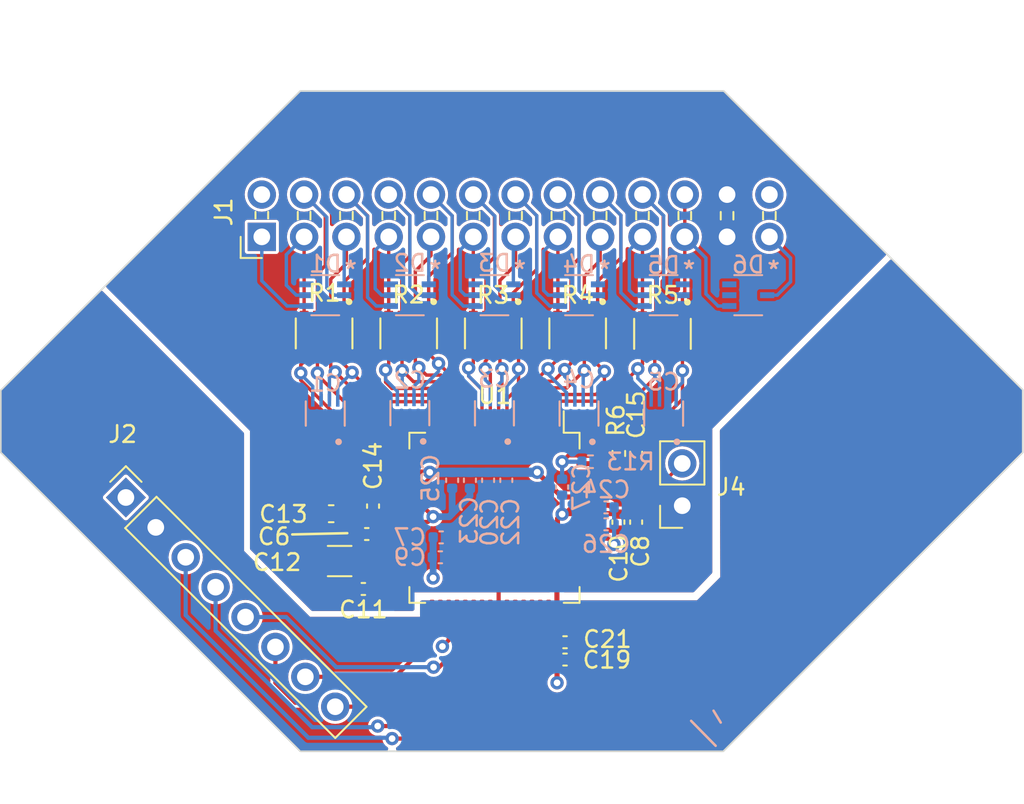
<source format=kicad_pcb>
(kicad_pcb (version 20221018) (generator pcbnew)
  (layers (0 "F.Cu" signal) (1 "In1.Cu" signal) (2 "In2.Cu" signal) (31 "B.Cu" signal) (34 "B.Paste" user) (35 "F.Paste" user) (36 "B.SilkS" user "B.Silkscreen") (37 "F.SilkS" user "F.Silkscreen") (38 "B.Mask" user) (39 "F.Mask" user) (44 "Edge.Cuts" user))
  (net 0 "")
  (net 1 "GNDA")
  (net 2 "/Daisy Functionality/_SRB1")
  (net 3 "/Daisy Functionality/_SRB2")
  (net 4 "/Daisy Functionality/IN1P")
  (net 5 "/Daisy Functionality/IN1N")
  (net 6 "/Daisy Functionality/IN2P")
  (net 7 "/Daisy Functionality/IN2N")
  (net 8 "/Daisy Functionality/IN3P")
  (net 9 "/Daisy Functionality/IN3N")
  (net 10 "/Daisy Functionality/IN4P")
  (net 11 "/Daisy Functionality/IN4N")
  (net 12 "/Daisy Functionality/IN5P")
  (net 13 "/Daisy Functionality/IN5N")
  (net 14 "/Daisy Functionality/IN6P")
  (net 15 "/Daisy Functionality/IN6N")
  (net 16 "/Daisy Functionality/IN7P")
  (net 17 "/Daisy Functionality/IN7N")
  (net 18 "/Daisy Functionality/IN8P")
  (net 19 "/Daisy Functionality/IN8N")
  (net 20 "/Daisy Functionality/BIAS_DRV")
  (net 21 "VSSA")
  (net 22 "Net-(U1-VCAP4)")
  (net 23 "Net-(U1-VCAP3)")
  (net 24 "Net-(U1-VCAP2)")
  (net 25 "Net-(U1-VCAP1)")
  (net 26 "Net-(U1-VREFP)")
  (net 27 "Net-(U1-RLDIN)")
  (net 28 "/Daisy Functionality/DRDY")
  (net 29 "VDD")
  (net 30 "VDDA")
  (net 31 "Net-(U1-WCT)")
  (net 32 "/1P")
  (net 33 "/SRB2")
  (net 34 "/3P")
  (net 35 "/2N")
  (net 36 "/1N")
  (net 37 "/2P")
  (net 38 "/5P")
  (net 39 "/4N")
  (net 40 "/3N")
  (net 41 "/4P")
  (net 42 "/7P")
  (net 43 "/6N")
  (net 44 "/5N")
  (net 45 "/6P")
  (net 46 "/8N")
  (net 47 "/7N")
  (net 48 "/8P")
  (net 49 "/BIAS")
  (net 50 "/SCLK")
  (net 51 "/RESET")
  (net 52 "/CLK")
  (net 53 "/MOSI")
  (net 54 "/CS2")
  (net 55 "/BIAS_INV")
  (net 56 "/MISO")
  (net 64 "/SRB1")
  (footprint "Capacitor_SMD:C_0603_1608Metric" (layer "F.Cu") (at 128.8288 101.6254 180)
    (fp_text reference "C13")
    (fp_text value "10uF")
  )
  (footprint "Resistor Arrays:RESCAF80P320X160X60-8N" (layer "F.Cu") (at 133.4832 90.791 -90)
    (fp_text reference "R2")
    (fp_text value "CAY16-222J4LF")
  )
  (footprint "Capacitor_SMD:C_0402_1005Metric" (layer "F.Cu") (at 131.3434 101.1682 90)
    (fp_text reference "C14")
    (fp_text value "0.1uF")
  )
  (footprint "Capacitor_SMD:C_0402_1005Metric" (layer "F.Cu") (at 147.1439 98.008 -90)
    (fp_text reference "C15")
    (fp_text value "1nF")
  )
  (footprint "Resistor_SMD:R_0402_1005Metric" (layer "F.Cu") (at 146.1025 98.006 -90)
    (fp_text reference "R6")
    (fp_text value "1M")
  )
  (footprint "Resistor Arrays:RESCAF80P320X160X60-8N" (layer "F.Cu") (at 128.4032 90.791 -90)
    (fp_text reference "R1")
    (fp_text value "CAY16-222J4LF")
  )
  (footprint "Capacitor_SMD:C_0402_1005Metric" (layer "F.Cu") (at 130.7618 106.1466)
    (fp_text reference "C11")
    (fp_text value "1uF")
  )
  (footprint "Resistor Arrays:RESCAF80P320X160X60-8N" (layer "F.Cu") (at 148.7232 90.8164 -90)
    (fp_text reference "R5")
    (fp_text value "CAY16-222J4LF")
  )
  (footprint "Capacitor_SMD:C_0402_1005Metric" (layer "F.Cu") (at 142.8724 110.3884)
    (fp_text reference "C19")
    (fp_text value "1uF")
  )
  (footprint "Connector_PinHeader_2.54mm:PinHeader_2x13_P2.54mm_Horizontal" (layer "F.Cu") (at 124.6632 84.9884 90)
    (fp_text reference "J1")
    (fp_text value "Conn_02x13_Odd_Even")
  )
  (footprint "Capacitor_SMD:C_0402_1005Metric" (layer "F.Cu") (at 146.0754 102.1308 -90)
    (fp_text reference "C10")
    (fp_text value "0.1uF")
  )
  (footprint "Package_QFP:TQFP-64_10x10mm_P0.5mm" (layer "F.Cu") (at 138.6349 101.8688 -90)
    (fp_text reference "U1")
    (fp_text value "ADS129x")
  )
  (footprint "Capacitor_SMD:C_0402_1005Metric" (layer "F.Cu") (at 147.1422 102.1308 -90)
    (fp_text reference "C8")
    (fp_text value "1uF")
  )
  (footprint "Connector_PinSocket_2.54mm:PinSocket_1x02_P2.54mm_Vertical" (layer "F.Cu") (at 149.9108 101.1428 180)
    (fp_text reference "J4")
    (fp_text value "Conn_01x02")
  )
  (footprint "Resistor Arrays:RESCAF80P320X160X60-8N" (layer "F.Cu") (at 143.6306 90.791 -90)
    (fp_text reference "R4")
    (fp_text value "CAY16-222J4LF")
  )
  (footprint "Capacitor_SMD:C_0402_1005Metric" (layer "F.Cu") (at 130.965 102.8446)
    (fp_text reference "C6")
    (fp_text value "1uF")
  )
  (footprint "Resistor Arrays:RESCAF80P320X160X60-8N" (layer "F.Cu") (at 138.5632 90.791 -90)
    (fp_text reference "R3")
    (fp_text value "CAY16-222J4LF")
  )
  (footprint "Capacitor_SMD:C_0402_1005Metric" (layer "F.Cu") (at 142.8724 109.347)
    (fp_text reference "C21")
    (fp_text value "0.1uF")
  )
  (footprint "Connector_PinSocket_2.54mm:PinSocket_1x08_P2.54mm_Vertical" (layer "F.Cu") (at 116.5 100.65 45)
    (fp_text reference "J2")
    (fp_text value "Conn_01x08")
  )
  (footprint "Capacitor_SMD:C_1206_3216Metric" (layer "F.Cu") (at 129.3368 104.4702)
    (fp_text reference "C12")
    (fp_text value "100uF")
  )
  (footprint "Capacitor_SMD:C_0402_1005Metric" (layer "B.Cu") (at 145.3388 102.2604 180)
    (fp_text reference "C26")
    (fp_text value "0.1uF")
  )
  (footprint "Capacitor_SMD:C_0402_1005Metric" (layer "B.Cu") (at 136.0932 99.6162 -90)
    (fp_text reference "C25")
    (fp_text value "0.1uF")
  )
  (footprint "Capacitor Arrays:CAPCAXE50P210X130X94-8N" (layer "B.Cu") (at 148.7932 95.6056 90)
    (fp_text reference "C5")
    (fp_text value "CA0508KRX7R9BB102")
  )
  (footprint "Capacitor Arrays:CAPCAXE50P210X130X94-8N" (layer "B.Cu") (at 143.7132 95.6056 90)
    (fp_text reference "C4")
    (fp_text value "CA0508KRX7R9BB102")
  )
  (footprint "Capacitor_SMD:C_0402_1005Metric" (layer "B.Cu") (at 138.2522 99.6162 -90)
    (fp_text reference "C20")
    (fp_text value "1uF")
  )
  (footprint "TSV - Diodes:TPD4E1B06DCKR" (layer "B.Cu") (at 143.7132 88.4936 180)
    (fp_text reference "D4")
    (fp_text value "TPD4E1B06DCKR")
  )
  (footprint "Resistor_SMD:R_0402_1005Metric" (layer "B.Cu") (at 144.399 98.5012)
    (fp_text reference "R13")
    (fp_text value "0")
  )
  (footprint "TSV - Diodes:TPD4E1B06DCKR" (layer "B.Cu") (at 153.8732 88.4936 180)
    (fp_text reference "D6")
    (fp_text value "TPD4E1B06DCKR")
  )
  (footprint "Capacitor Arrays:CAPCAXE50P210X130X94-8N" (layer "B.Cu") (at 128.4732 95.6056 90)
    (fp_text reference "C1")
    (fp_text value "CA0508KRX7R9BB102")
  )
  (footprint "Capacitor_SMD:C_0402_1005Metric" (layer "B.Cu") (at 135.382 104.2442)
    (fp_text reference "C9")
    (fp_text value "1uF")
  )
  (footprint "TSV - Diodes:TPD4E1B06DCKR" (layer "B.Cu") (at 138.6332 88.4936 180)
    (fp_text reference "D3")
    (fp_text value "TPD4E1B06DCKR")
  )
  (footprint "Capacitor_SMD:C_0402_1005Metric" (layer "B.Cu") (at 137.16 99.6162 -90)
    (fp_text reference "C23")
    (fp_text value "1uF")
  )
  (footprint "Capacitor Arrays:CAPCAXE50P210X130X94-8N" (layer "B.Cu") (at 138.6332 95.5913 90)
    (fp_text reference "C3")
    (fp_text value "CA0508KRX7R9BB102")
  )
  (footprint "Capacitor_SMD:C_0402_1005Metric" (layer "B.Cu") (at 145.3388 101.2444 180)
    (fp_text reference "C24")
    (fp_text value "1uF")
  )
  (footprint "TSV - Diodes:TPD4E1B06DCKR" (layer "B.Cu") (at 128.4732 88.4936 180)
    (fp_text reference "D1")
    (fp_text value "TPD4E1B06DCKR")
  )
  (footprint "Capacitor Arrays:CAPCAXE50P210X130X94-8N" (layer "B.Cu") (at 133.5532 95.5802 90)
    (fp_text reference "C2")
    (fp_text value "CA0508KRX7R9BB102")
  )
  (footprint "Capacitor_SMD:C_0402_1005Metric" (layer "B.Cu") (at 139.3444 99.6162 -90)
    (fp_text reference "C22")
    (fp_text value "0.1uF")
  )
  (footprint "Capacitor_SMD:C_0402_1005Metric" (layer "B.Cu") (at 142.6972 100.0252 90)
    (fp_text reference "C27")
    (fp_text value "1nF")
  )
  (footprint "TSV - Diodes:TPD4E1B06DCKR" (layer "B.Cu") (at 133.5532 88.4936 180)
    (fp_text reference "D2")
    (fp_text value "TPD4E1B06DCKR")
  )
  (footprint "Capacitor_SMD:C_0402_1005Metric" (layer "B.Cu") (at 135.4328 103.0478)
    (fp_text reference "C7")
    (fp_text value "1uF")
  )
  (footprint "TSV - Diodes:TPD4E1B06DCKR" (layer "B.Cu") (at 148.7932 88.4936 180)
    (fp_text reference "D5")
    (fp_text value "TPD4E1B06DCKR")
  )
  (gr_line (start 151.7904 113.4618) (end 152.2222 114.173) (stroke (width 0.1524)) (layer "B.SilkS"))
  (gr_line (start 150.4442 114.0714) (end 151.9174 115.57) (stroke (width 0.1524)) (layer "B.SilkS"))
  (gr_line (start 129.794 102.7938) (end 126.492 102.87) (stroke (width 0.1524)) (layer "F.SilkS"))
  (gr_poly (pts (xy 170.3578 94.1832) (xy 170.3578 97.9424) (xy 152.3746 115.9002) (xy 126.9746 115.9002) (xy 108.9914 97.9424) (xy 108.9914 94.2086) (xy 126.9746 76.2254) (xy 152.4 76.2254)) (stroke (width 0.1016)) (fill none) (layer "Edge.Cuts"))
  (segment (start 138.8849 107.5313) (end 138.8849 105.7679) (width 0.25) (layer "F.Cu") (net 1))
  (segment (start 138.8849 105.7679) (end 138.8872 105.7656) (width 0.25) (layer "F.Cu") (net 1))
  (segment (start 143.3524 109.347) (end 143.3524 110.3884) (width 0.25) (layer "F.Cu") (net 1))
  (segment (start 143.3545 109.3491) (end 143.3524 109.347) (width 0.25) (layer "F.Cu") (net 1))
  (segment (start 137.8832 96.3913) (end 137.8832 97.548) (width 0.2032) (layer "B.Cu") (net 1))
  (segment (start 139.3832 96.3913) (end 140.1555 96.3913) (width 0.2032) (layer "B.Cu") (net 1))
  (segment (start 139.3832 96.3913) (end 139.3832 97.5226) (width 0.2032) (layer "B.Cu") (net 1))
  (segment (start 148.0432 96.4056) (end 148.0432 97.524) (width 0.2032) (layer "B.Cu") (net 1))
  (segment (start 149.5432 96.4056) (end 150.3298 96.4056) (width 0.2032) (layer "B.Cu") (net 1))
  (segment (start 149.0432 96.4056) (end 149.0432 97.54) (width 0.2032) (layer "B.Cu") (net 1))
  (segment (start 128.7232 96.4056) (end 128.7232 97.5574) (width 0.2032) (layer "B.Cu") (net 1))
  (segment (start 134.3032 96.3802) (end 135.2168 96.3802) (width 0.2032) (layer "B.Cu") (net 1))
  (segment (start 149.0432 97.54) (end 148.7932 97.79) (width 0.2032) (layer "B.Cu") (net 1))
  (segment (start 128.2232 96.4056) (end 128.2232 97.4892) (width 0.2032) (layer "B.Cu") (net 1))
  (segment (start 127.7232 96.4056) (end 126.784 96.4056) (width 0.2032) (layer "B.Cu") (net 1))
  (segment (start 138.3832 96.3913) (end 138.3832 97.5146) (width 0.2032) (layer "B.Cu") (net 1))
  (segment (start 142.9632 96.4056) (end 142.9632 97.524) (width 0.2032) (layer "B.Cu") (net 1))
  (segment (start 137.8832 96.3913) (end 137.0601 96.3913) (width 0.2032) (layer "B.Cu") (net 1))
  (segment (start 148.0432 96.4056) (end 147.2818 96.4056) (width 0.2032) (layer "B.Cu") (net 1))
  (segment (start 133.3032 96.3802) (end 133.3032 97.5908) (width 0.2032) (layer "B.Cu") (net 1))
  (segment (start 132.8032 96.3802) (end 132.8032 97.5988) (width 0.2032) (layer "B.Cu") (net 1))
  (segment (start 143.9632 96.4056) (end 143.9632 97.413) (width 0.2032) (layer "B.Cu") (net 1))
  (segment (start 149.5432 96.4056) (end 149.5432 97.3702) (width 0.2032) (layer "B.Cu") (net 1))
  (segment (start 129.2232 96.4056) (end 130.1622 96.4056) (width 0.2032) (layer "B.Cu") (net 1))
  (segment (start 144.4632 96.4056) (end 144.4632 97.5494) (width 0.2032) (layer "B.Cu") (net 1))
  (segment (start 132.8032 96.3802) (end 131.8894 96.3802) (width 0.2032) (layer "B.Cu") (net 1))
  (segment (start 133.8032 96.3802) (end 133.8032 97.5828) (width 0.2032) (layer "B.Cu") (net 1))
  (segment (start 148.7932 97.79) (end 148.5432 97.54) (width 0.2032) (layer "B.Cu") (net 1))
  (segment (start 127.7232 96.4056) (end 127.7232 97.4972) (width 0.2032) (layer "B.Cu") (net 1))
  (segment (start 129.2232 96.4056) (end 129.2232 97.4986) (width 0.2032) (layer "B.Cu") (net 1))
  (segment (start 134.3032 96.3802) (end 134.3032 97.5494) (width 0.2032) (layer "B.Cu") (net 1))
  (segment (start 142.9632 96.4056) (end 142.1002 96.4056) (width 0.2032) (layer "B.Cu") (net 1))
  (segment (start 148.5432 97.54) (end 148.5432 96.4056) (width 0.2032) (layer "B.Cu") (net 1))
  (segment (start 143.4632 96.4056) (end 143.4632 97.4812) (width 0.2032) (layer "B.Cu") (net 1))
  (segment (start 149.0432 94.8056) (end 149.0432 96.4056) (width 0.2032) (layer "B.Cu") (net 1))
  (segment (start 144.4632 96.4056) (end 145.3768 96.4056) (width 0.2032) (layer "B.Cu") (net 1))
  (segment (start 138.8832 96.3913) (end 138.8832 97.54) (width 0.2032) (layer "B.Cu") (net 1))
  (segment (start 131.5198 98.1188) (end 132.9724 98.1188) (width 0.2032) (layer "F.Cu") (net 2))
  (segment (start 127.003697 93.1672) (end 127.003697 92.680903) (width 0.2032) (layer "F.Cu") (net 2))
  (segment (start 127.003697 93.602697) (end 131.5198 98.1188) (width 0.2032) (layer "F.Cu") (net 2))
  (segment (start 127.003697 92.680903) (end 127.2032 92.4814) (width 0.2032) (layer "F.Cu") (net 2))
  (segment (start 127.2032 92.4814) (end 127.2032 91.666) (width 0.2032) (layer "F.Cu") (net 2))
  (segment (start 127.003697 93.1672) (end 127.003697 93.602697) (width 0.2032) (layer "F.Cu") (net 2))
  (via (at 127.003697 93.1672) (size 0.8) (drill 0.4) (layers "F.Cu" "B.Cu") (net 2))
  (segment (start 127.7232 93.9666) (end 127.7232 94.8056) (width 0.2032) (layer "B.Cu") (net 2))
  (segment (start 127.003697 93.1672) (end 127.003697 93.247097) (width 0.2032) (layer "B.Cu") (net 2))
  (segment (start 127.003697 93.247097) (end 127.7232 93.9666) (width 0.2032) (layer "B.Cu") (net 2))
  (segment (start 134.0452 98.6188) (end 132.9724 98.6188) (width 0.2032) (layer "F.Cu") (net 3))
  (segment (start 134.4422 97.409) (end 134.4422 98.2218) (width 0.2032) (layer "F.Cu") (net 3))
  (segment (start 128.0032 93.1672) (end 128.0032 91.666) (width 0.2032) (layer "F.Cu") (net 3))
  (segment (start 134.0612 97.028) (end 134.4422 97.409) (width 0.2032) (layer "F.Cu") (net 3))
  (segment (start 128.0032 93.2814) (end 131.7498 97.028) (width 0.2032) (layer "F.Cu") (net 3))
  (segment (start 128.0032 93.1672) (end 128.0032 93.2814) (width 0.2032) (layer "F.Cu") (net 3))
  (segment (start 134.4422 98.2218) (end 134.0452 98.6188) (width 0.2032) (layer "F.Cu") (net 3))
  (segment (start 131.7498 97.028) (end 134.0612 97.028) (width 0.2032) (layer "F.Cu") (net 3))
  (via (at 128.0032 93.1672) (size 0.8) (drill 0.4) (layers "F.Cu" "B.Cu") (net 3))
  (segment (start 128.2232 94.8056) (end 128.2232 93.3872) (width 0.2032) (layer "B.Cu") (net 3))
  (segment (start 128.2232 93.3872) (end 128.0032 93.1672) (width 0.2032) (layer "B.Cu") (net 3))
  (segment (start 129.0701 93.1037) (end 128.8032 92.8368) (width 0.2032) (layer "F.Cu") (net 4))
  (segment (start 134.8849 95.0323) (end 134.8849 96.2063) (width 0.2032) (layer "F.Cu") (net 4))
  (segment (start 130.8608 94.8944) (end 134.747 94.8944) (width 0.2032) (layer "F.Cu") (net 4))
  (segment (start 134.747 94.8944) (end 134.8849 95.0323) (width 0.2032) (layer "F.Cu") (net 4))
  (segment (start 128.8032 92.8368) (end 128.8032 91.666) (width 0.2032) (layer "F.Cu") (net 4))
  (segment (start 129.0701 93.1037) (end 130.8608 94.8944) (width 0.2032) (layer "F.Cu") (net 4))
  (via (at 129.0701 93.1037) (size 0.8) (drill 0.4) (layers "F.Cu" "B.Cu") (net 4))
  (segment (start 129.0701 93.1037) (end 128.7232 93.4506) (width 0.2032) (layer "B.Cu") (net 4))
  (segment (start 128.7232 93.4506) (end 128.7232 94.8056) (width 0.2032) (layer "B.Cu") (net 4))
  (segment (start 129.6162 91.679) (end 129.6032 91.666) (width 0.2032) (layer "F.Cu") (net 5))
  (segment (start 130.086327 93.130684) (end 129.6162 92.660557) (width 0.2032) (layer "F.Cu") (net 5))
  (segment (start 135.3849 94.966615) (end 135.3849 96.2063) (width 0.2032) (layer "F.Cu") (net 5))
  (segment (start 131.426 94.4944) (end 134.912686 94.4944) (width 0.2032) (layer "F.Cu") (net 5))
  (segment (start 134.912686 94.4944) (end 135.3849 94.966615) (width 0.2032) (layer "F.Cu") (net 5))
  (segment (start 129.6162 92.660557) (end 129.6162 91.679) (width 0.2032) (layer "F.Cu") (net 5))
  (segment (start 130.086327 93.154727) (end 131.426 94.4944) (width 0.2032) (layer "F.Cu") (net 5))
  (segment (start 130.086327 93.130684) (end 130.086327 93.154727) (width 0.2032) (layer "F.Cu") (net 5))
  (via (at 130.086327 93.130684) (size 0.8) (drill 0.4) (layers "F.Cu" "B.Cu") (net 5))
  (segment (start 129.2232 94.8056) (end 129.2232 93.993811) (width 0.2032) (layer "B.Cu") (net 5))
  (segment (start 129.2232 93.993811) (end 130.086327 93.130684) (width 0.2032) (layer "B.Cu") (net 5))
  (segment (start 132.096905 93.717505) (end 132.4738 94.0944) (width 0.2032) (layer "F.Cu") (net 6))
  (segment (start 132.096905 92.986254) (end 132.2832 92.799959) (width 0.2032) (layer "F.Cu") (net 6))
  (segment (start 132.4738 94.0944) (end 135.078372 94.094401) (width 0.2032) (layer "F.Cu") (net 6))
  (segment (start 132.2832 92.799959) (end 132.2832 91.666) (width 0.2032) (layer "F.Cu") (net 6))
  (segment (start 135.078372 94.094401) (end 135.8849 94.90093) (width 0.2032) (layer "F.Cu") (net 6))
  (segment (start 132.096905 92.986254) (end 132.096905 93.717505) (width 0.2032) (layer "F.Cu") (net 6))
  (segment (start 135.8849 94.90093) (end 135.8849 96.2063) (width 0.2032) (layer "F.Cu") (net 6))
  (via (at 132.096905 92.986254) (size 0.8) (drill 0.4) (layers "F.Cu" "B.Cu") (net 6))
  (segment (start 132.096905 93.565105) (end 132.096905 92.986254) (width 0.2032) (layer "B.Cu") (net 6))
  (segment (start 132.8032 94.7802) (end 132.8032 94.2714) (width 0.2032) (layer "B.Cu") (net 6))
  (segment (start 132.8032 94.2714) (end 132.096905 93.565105) (width 0.2032) (layer "B.Cu") (net 6))
  (segment (start 133.7756 93.6944) (end 135.244058 93.694401) (width 0.2032) (layer "F.Cu") (net 7))
  (segment (start 136.3849 94.835245) (end 136.3849 96.2063) (width 0.2032) (layer "F.Cu") (net 7))
  (segment (start 133.096 93.0148) (end 133.7756 93.6944) (width 0.2032) (layer "F.Cu") (net 7))
  (segment (start 135.244058 93.694401) (end 136.3849 94.835245) (width 0.2032) (layer "F.Cu") (net 7))
  (segment (start 133.096 93.0148) (end 133.0832 93.002) (width 0.2032) (layer "F.Cu") (net 7))
  (segment (start 133.0832 93.002) (end 133.0832 91.666) (width 0.2032) (layer "F.Cu") (net 7))
  (via (at 133.096 93.0148) (size 0.8) (drill 0.4) (layers "F.Cu" "B.Cu") (net 7))
  (segment (start 133.3032 93.9586) (end 133.3032 94.7802) (width 0.2032) (layer "B.Cu") (net 7))
  (segment (start 133.096 93.0148) (end 133.096 93.7514) (width 0.2032) (layer "B.Cu") (net 7))
  (segment (start 133.096 93.7514) (end 133.3032 93.9586) (width 0.2032) (layer "B.Cu") (net 7))
  (segment (start 134.094731 92.8425) (end 133.8832 92.630969) (width 0.2032) (layer "F.Cu") (net 8))
  (segment (start 133.8832 92.630969) (end 133.8832 91.666) (width 0.2032) (layer "F.Cu") (net 8))
  (segment (start 135.409745 93.294401) (end 136.8849 94.769556) (width 0.2032) (layer "F.Cu") (net 8))
  (segment (start 136.8849 94.769556) (end 136.8849 96.2063) (width 0.2032) (layer "F.Cu") (net 8))
  (segment (start 134.546632 93.294401) (end 135.409745 93.294401) (width 0.2032) (layer "F.Cu") (net 8))
  (segment (start 134.094731 92.8425) (end 134.546632 93.294401) (width 0.2032) (layer "F.Cu") (net 8))
  (via (at 134.094731 92.8425) (size 0.8) (drill 0.4) (layers "F.Cu" "B.Cu") (net 8))
  (segment (start 133.8032 93.9586) (end 134.094731 93.667069) (width 0.2032) (layer "B.Cu") (net 8))
  (segment (start 134.094731 93.667069) (end 134.094731 92.8425) (width 0.2032) (layer "B.Cu") (net 8))
  (segment (start 133.8032 94.7802) (end 133.8032 93.9586) (width 0.2032) (layer "B.Cu") (net 8))
  (segment (start 134.6832 92.00217) (end 134.6832 91.666) (width 0.2032) (layer "F.Cu") (net 9))
  (segment (start 135.275931 92.594901) (end 137.3849 94.70387) (width 0.2032) (layer "F.Cu") (net 9))
  (segment (start 135.275931 92.594901) (end 134.6832 92.00217) (width 0.2032) (layer "F.Cu") (net 9))
  (segment (start 137.3849 94.70387) (end 137.3849 96.2063) (width 0.2032) (layer "F.Cu") (net 9))
  (via (at 135.275931 92.594901) (size 0.8) (drill 0.4) (layers "F.Cu" "B.Cu") (net 9))
  (segment (start 135.275931 93.070069) (end 135.275931 92.594901) (width 0.2032) (layer "B.Cu") (net 9))
  (segment (start 134.3032 94.7802) (end 134.3032 94.0428) (width 0.2032) (layer "B.Cu") (net 9))
  (segment (start 134.3032 94.0428) (end 135.275931 93.070069) (width 0.2032) (layer "B.Cu") (net 9))
  (segment (start 137.0838 92.8624) (end 137.0838 93.356628) (width 0.2032) (layer "F.Cu") (net 10))
  (segment (start 137.0838 93.356628) (end 137.8849 94.157728) (width 0.2032) (layer "F.Cu") (net 10))
  (segment (start 137.3632 92.583) (end 137.0838 92.8624) (width 0.2032) (layer "F.Cu") (net 10))
  (segment (start 137.8849 94.157728) (end 137.8849 96.2063) (width 0.2032) (layer "F.Cu") (net 10))
  (segment (start 137.3632 91.666) (end 137.3632 92.583) (width 0.2032) (layer "F.Cu") (net 10))
  (via (at 137.0838 92.8624) (size 0.8) (drill 0.4) (layers "F.Cu" "B.Cu") (net 10))
  (segment (start 137.8832 94.1444) (end 137.0838 93.345) (width 0.2032) (layer "B.Cu") (net 10))
  (segment (start 137.0838 93.345) (end 137.0838 92.8624) (width 0.2032) (layer "B.Cu") (net 10))
  (segment (start 137.8832 94.7913) (end 137.8832 94.1444) (width 0.2032) (layer "B.Cu") (net 10))
  (segment (start 138.081846 92.916348) (end 138.081846 92.473754) (width 0.2032) (layer "F.Cu") (net 11))
  (segment (start 138.3849 93.219402) (end 138.3849 96.2063) (width 0.2032) (layer "F.Cu") (net 11))
  (segment (start 138.081846 92.916348) (end 138.3849 93.219402) (width 0.2032) (layer "F.Cu") (net 11))
  (segment (start 138.1632 92.3924) (end 138.1632 91.666) (width 0.2032) (layer "F.Cu") (net 11))
  (segment (start 138.081846 92.473754) (end 138.1632 92.3924) (width 0.2032) (layer "F.Cu") (net 11))
  (via (at 138.081846 92.916348) (size 0.8) (drill 0.4) (layers "F.Cu" "B.Cu") (net 11))
  (segment (start 138.081846 93.581046) (end 138.081846 92.916348) (width 0.2032) (layer "B.Cu") (net 11))
  (segment (start 138.3832 93.8824) (end 138.081846 93.581046) (width 0.2032) (layer "B.Cu") (net 11))
  (segment (start 138.3832 94.7913) (end 138.3832 93.8824) (width 0.2032) (layer "B.Cu") (net 11))
  (segment (start 138.8849 94.2871) (end 138.8849 96.2063) (width 0.2032) (layer "F.Cu") (net 12))
  (segment (start 138.9632 92.795005) (end 138.9632 91.666) (width 0.2032) (layer "F.Cu") (net 12))
  (segment (start 139.081343 92.913148) (end 139.081343 94.090657) (width 0.2032) (layer "F.Cu") (net 12))
  (segment (start 139.081343 94.090657) (end 138.8849 94.2871) (width 0.2032) (layer "F.Cu") (net 12))
  (segment (start 139.081343 92.913148) (end 138.9632 92.795005) (width 0.2032) (layer "F.Cu") (net 12))
  (via (at 139.081343 92.913148) (size 0.8) (drill 0.4) (layers "F.Cu" "B.Cu") (net 12))
  (segment (start 138.8832 94.7913) (end 138.8832 93.857) (width 0.2032) (layer "B.Cu") (net 12))
  (segment (start 139.081343 93.658857) (end 139.081343 92.913148) (width 0.2032) (layer "B.Cu") (net 12))
  (segment (start 138.8832 93.857) (end 139.081343 93.658857) (width 0.2032) (layer "B.Cu") (net 12))
  (segment (start 140.080845 94.030955) (end 139.3849 94.7269) (width 0.2032) (layer "F.Cu") (net 13))
  (segment (start 140.080845 92.913206) (end 140.080845 94.030955) (width 0.2032) (layer "F.Cu") (net 13))
  (segment (start 140.080845 91.983645) (end 139.7632 91.666) (width 0.2032) (layer "F.Cu") (net 13))
  (segment (start 140.080845 92.913206) (end 140.080845 91.983645) (width 0.2032) (layer "F.Cu") (net 13))
  (segment (start 139.3849 94.7269) (end 139.3849 96.2063) (width 0.2032) (layer "F.Cu") (net 13))
  (via (at 140.080845 92.913206) (size 0.8) (drill 0.4) (layers "F.Cu" "B.Cu") (net 13))
  (segment (start 139.3832 94.7913) (end 139.3832 93.9412) (width 0.2032) (layer "B.Cu") (net 13))
  (segment (start 140.080845 93.243555) (end 140.080845 92.913206) (width 0.2032) (layer "B.Cu") (net 13))
  (segment (start 139.3832 93.9412) (end 140.080845 93.243555) (width 0.2032) (layer "B.Cu") (net 13))
  (segment (start 142.4306 92.34622) (end 142.4306 91.666) (width 0.2032) (layer "F.Cu") (net 14))
  (segment (start 139.8849 94.848128) (end 139.8849 96.2063) (width 0.2032) (layer "F.Cu") (net 14))
  (segment (start 141.8191 92.913928) (end 139.8849 94.848128) (width 0.2032) (layer "F.Cu") (net 14))
  (segment (start 141.851353 92.913928) (end 141.8191 92.913928) (width 0.2032) (layer "F.Cu") (net 14))
  (segment (start 141.862892 92.913928) (end 142.4306 92.34622) (width 0.2032) (layer "F.Cu") (net 14))
  (segment (start 141.851353 92.913928) (end 141.862892 92.913928) (width 0.2032) (layer "F.Cu") (net 14))
  (via (at 141.851353 92.913928) (size 0.8) (drill 0.4) (layers "F.Cu" "B.Cu") (net 14))
  (segment (start 142.9632 94.3476) (end 141.851353 93.235753) (width 0.2032) (layer "B.Cu") (net 14))
  (segment (start 141.851353 93.235753) (end 141.851353 92.913928) (width 0.2032) (layer "B.Cu") (net 14))
  (segment (start 142.9632 94.8056) (end 142.9632 94.3476) (width 0.2032) (layer "B.Cu") (net 14))
  (segment (start 141.636114 93.6626) (end 140.3849 94.913814) (width 0.2032) (layer "F.Cu") (net 15))
  (segment (start 143.2306 92.583) (end 143.2306 91.666) (width 0.2032) (layer "F.Cu") (net 15))
  (segment (start 142.8496 92.964) (end 142.8496 92.9894) (width 0.2032) (layer "F.Cu") (net 15))
  (segment (start 142.8496 92.964) (end 143.2306 92.583) (width 0.2032) (layer "F.Cu") (net 15))
  (segment (start 142.1764 93.6626) (end 141.636114 93.6626) (width 0.2032) (layer "F.Cu") (net 15))
  (segment (start 140.3849 94.913814) (end 140.3849 96.2063) (width 0.2032) (layer "F.Cu") (net 15))
  (segment (start 142.8496 92.9894) (end 142.1764 93.6626) (width 0.2032) (layer "F.Cu") (net 15))
  (via (at 142.8496 92.964) (size 0.8) (drill 0.4) (layers "F.Cu" "B.Cu") (net 15))
  (segment (start 142.8496 93.379224) (end 142.8496 92.964) (width 0.2032) (layer "B.Cu") (net 15))
  (segment (start 143.4632 93.992824) (end 142.8496 93.379224) (width 0.2032) (layer "B.Cu") (net 15))
  (segment (start 143.4632 94.8056) (end 143.4632 93.992824) (width 0.2032) (layer "B.Cu") (net 15))
  (segment (start 141.8018 94.0626) (end 140.8849 94.9795) (width 0.2032) (layer "F.Cu") (net 16))
  (segment (start 142.983374 94.0626) (end 141.8018 94.0626) (width 0.2032) (layer "F.Cu") (net 16))
  (segment (start 144.0306 93.015374) (end 142.983374 94.0626) (width 0.2032) (layer "F.Cu") (net 16))
  (segment (start 140.8849 94.9795) (end 140.8849 96.2063) (width 0.2032) (layer "F.Cu") (net 16))
  (segment (start 144.0306 93.015374) (end 144.0306 91.666) (width 0.2032) (layer "F.Cu") (net 16))
  (via (at 144.0306 93.015374) (size 0.8) (drill 0.4) (layers "F.Cu" "B.Cu") (net 16))
  (segment (start 143.9632 93.082774) (end 144.0306 93.015374) (width 0.2032) (layer "B.Cu") (net 16))
  (segment (start 143.9632 94.8056) (end 143.9632 93.082774) (width 0.2032) (layer "B.Cu") (net 16))
  (segment (start 145.2372 93.0656) (end 144.8306 92.659) (width 0.2032) (layer "F.Cu") (net 17))
  (segment (start 145.2372 93.0656) (end 145.2372 93.9546) (width 0.2032) (layer "F.Cu") (net 17))
  (segment (start 144.7292 94.4626) (end 141.967486 94.4626) (width 0.2032) (layer "F.Cu") (net 17))
  (segment (start 141.3849 95.045186) (end 141.3849 96.2063) (width 0.2032) (layer "F.Cu") (net 17))
  (segment (start 145.2372 93.9546) (end 144.7292 94.4626) (width 0.2032) (layer "F.Cu") (net 17))
  (segment (start 141.967486 94.4626) (end 141.3849 95.045186) (width 0.2032) (layer "F.Cu") (net 17))
  (segment (start 144.8306 92.659) (end 144.8306 91.666) (width 0.2032) (layer "F.Cu") (net 17))
  (via (at 145.2372 93.0656) (size 0.8) (drill 0.4) (layers "F.Cu" "B.Cu") (net 17))
  (segment (start 144.4632 94.8056) (end 144.4632 93.8396) (width 0.2032) (layer "B.Cu") (net 17))
  (segment (start 144.4632 93.8396) (end 145.2372 93.0656) (width 0.2032) (layer "B.Cu") (net 17))
  (segment (start 147.2438 92.9132) (end 147.5232 92.6338) (width 0.2032) (layer "F.Cu") (net 18))
  (segment (start 147.5232 92.6338) (end 147.5232 91.6914) (width 0.2032) (layer "F.Cu") (net 18))
  (segment (start 147.2438 92.9132) (end 145.2944 94.8626) (width 0.2032) (layer "F.Cu") (net 18))
  (segment (start 142.2718 94.8626) (end 141.8849 95.2495) (width 0.2032) (layer "F.Cu") (net 18))
  (segment (start 145.2944 94.8626) (end 142.2718 94.8626) (width 0.2032) (layer "F.Cu") (net 18))
  (segment (start 141.8849 95.2495) (end 141.8849 96.2063) (width 0.2032) (layer "F.Cu") (net 18))
  (via (at 147.2438 92.9132) (size 0.8) (drill 0.4) (layers "F.Cu" "B.Cu") (net 18))
  (segment (start 147.2438 93.4974) (end 147.2438 92.9132) (width 0.2032) (layer "B.Cu") (net 18))
  (segment (start 148.0432 94.2968) (end 147.2438 93.4974) (width 0.2032) (layer "B.Cu") (net 18))
  (segment (start 148.0432 94.8056) (end 148.0432 94.2968) (width 0.2032) (layer "B.Cu") (net 18))
  (segment (start 148.2598 92.964) (end 148.2598 93.472) (width 0.2032) (layer "F.Cu") (net 19))
  (segment (start 148.2598 93.472) (end 145.5255 96.2063) (width 0.2032) (layer "F.Cu") (net 19))
  (segment (start 148.2598 92.964) (end 148.2598 92.202) (width 0.2032) (layer "F.Cu") (net 19))
  (segment (start 145.5255 96.2063) (end 142.3849 96.2063) (width 0.2032) (layer "F.Cu") (net 19))
  (via (at 148.2598 92.964) (size 0.8) (drill 0.4) (layers "F.Cu" "B.Cu") (net 19))
  (segment (start 148.5432 94.8056) (end 148.5432 93.7046) (width 0.2032) (layer "B.Cu") (net 19))
  (segment (start 148.2598 93.4212) (end 148.2598 92.964) (width 0.2032) (layer "B.Cu") (net 19))
  (segment (start 148.5432 93.7046) (end 148.2598 93.4212) (width 0.2032) (layer "B.Cu") (net 19))
  (segment (start 147.1119 97.496) (end 147.1439 97.528) (width 0.2032) (layer "F.Cu") (net 20))
  (segment (start 146.1025 97.496) (end 147.1119 97.496) (width 0.2032) (layer "F.Cu") (net 20))
  (segment (start 149.9232 91.6914) (end 149.9232 93.0278) (width 0.2032) (layer "F.Cu") (net 20))
  (segment (start 149.9232 93.0278) (end 149.9232 94.7487) (width 0.2032) (layer "F.Cu") (net 20))
  (segment (start 149.9232 94.7487) (end 147.1439 97.528) (width 0.2032) (layer "F.Cu") (net 20))
  (via (at 149.9232 93.0278) (size 0.8) (drill 0.4) (layers "F.Cu" "B.Cu") (net 20))
  (segment (start 149.9232 93.0278) (end 149.9232 93.739) (width 0.2032) (layer "B.Cu") (net 20))
  (segment (start 149.5432 94.119) (end 149.5432 94.8056) (width 0.2032) (layer "B.Cu") (net 20))
  (segment (start 149.9232 93.739) (end 149.5432 94.119) (width 0.2032) (layer "B.Cu") (net 20))
  (segment (start 130.2818 106.1466) (end 128.7018 106.1466) (width 0.4064) (layer "F.Cu") (net 21))
  (segment (start 131.3434 100.584) (end 130.7846 100.0252) (width 0.4064) (layer "F.Cu") (net 21))
  (segment (start 144.2974 101.1188) (end 143.407 101.1188) (width 0.3048) (layer "F.Cu") (net 21))
  (segment (start 132.9724 99.6188) (end 131.699 99.6188) (width 0.254) (layer "F.Cu") (net 21))
  (segment (start 128.0538 102.603) (end 127.8636 102.7932) (width 0.4064) (layer "F.Cu") (net 21))
  (segment (start 130.7338 106.9848) (end 130.2818 106.5328) (width 0.25) (layer "F.Cu") (net 21))
  (segment (start 142.4198 101.9282) (end 142.4198 102.75375) (width 0.3048) (layer "F.Cu") (net 21))
  (segment (start 132.9724 106.4226) (end 132.4102 106.9848) (width 0.25) (layer "F.Cu") (net 21))
  (segment (start 142.9192 101.6188) (end 142.9131 101.6127) (width 0.2032) (layer "F.Cu") (net 21))
  (segment (start 131.699 99.6188) (end 131.3434 99.9744) (width 0.254) (layer "F.Cu") (net 21))
  (segment (start 145.5434 101.1188) (end 146.0754 101.6508) (width 0.3048) (layer "F.Cu") (net 21))
  (segment (start 134.9502 101.8032) (end 134.6346 102.1188) (width 0.25) (layer "F.Cu") (net 21))
  (segment (start 143.28485 103.6188) (end 144.2974 103.6188) (width 0.3048) (layer "F.Cu") (net 21))
  (segment (start 146.0754 101.6508) (end 147.1422 101.6508) (width 0.3048) (layer "F.Cu") (net 21))
  (segment (start 127.915 102.8446) (end 127.8636 102.7932) (width 0.25) (layer "F.Cu") (net 21))
  (segment (start 128.0538 100.9526) (end 128.0538 101.6254) (width 0.4064) (layer "F.Cu") (net 21))
  (segment (start 142.7353 101.6127) (end 142.9131 101.6127) (width 0.3048) (layer "F.Cu") (net 21))
  (segment (start 144.2974 101.6188) (end 146.0434 101.6188) (width 0.3048) (layer "F.Cu") (net 21))
  (segment (start 146.0434 101.6188) (end 146.0754 101.6508) (width 0.2032) (layer "F.Cu") (net 21))
  (segment (start 128.9812 100.0252) (end 128.0538 100.9526) (width 0.4064) (layer "F.Cu") (net 21))
  (segment (start 131.3434 99.9744) (end 131.3434 100.6882) (width 0.254) (layer "F.Cu") (net 21))
  (segment (start 131.774 101.1188) (end 131.3434 100.6882) (width 0.254) (layer "F.Cu") (net 21))
  (segment (start 128.0538 101.6254) (end 128.0538 102.603) (width 0.4064) (layer "F.Cu") (net 21))
  (segment (start 130.2818 106.5328) (end 130.2818 106.1466) (width 0.25) (layer "F.Cu") (net 21))
  (segment (start 134.9502 101.8032) (end 134.2658 101.1188) (width 0.25) (layer "F.Cu") (net 21))
  (segment (start 132.9724 101.1188) (end 131.774 101.1188) (width 0.254) (layer "F.Cu") (net 21))
  (segment (start 127.8636 104.4684) (end 127.8618 104.4702) (width 0.25) (layer "F.Cu") (net 21))
  (segment (start 142.6972 101.6508) (end 142.4198 101.9282) (width 0.3048) (layer "F.Cu") (net 21))
  (segment (start 144.2974 101.1188) (end 145.5434 101.1188) (width 0.3048) (layer "F.Cu") (net 21))
  (segment (start 128.7018 106.1466) (end 127.8618 105.3066) (width 0.4064) (layer "F.Cu") (net 21))
  (segment (start 132.4102 106.9848) (end 130.7338 106.9848) (width 0.25) (layer "F.Cu") (net 21))
  (segment (start 142.4198 102.75375) (end 143.28485 103.6188) (width 0.3048) (layer "F.Cu") (net 21))
  (segment (start 131.3434 100.6882) (end 131.3434 100.584) (width 0.25) (layer "F.Cu") (net 21))
  (segment (start 144.2974 101.6188) (end 142.9192 101.6188) (width 0.3048) (layer "F.Cu") (net 21))
  (segment (start 142.6972 101.6508) (end 142.7353 101.6127) (width 0.3048) (layer "F.Cu") (net 21))
  (segment (start 143.407 101.1188) (end 142.9131 101.6127) (width 0.3048) (layer "F.Cu") (net 21))
  (segment (start 134.2658 101.1188) (end 132.9724 101.1188) (width 0.25) (layer "F.Cu") (net 21))
  (segment (start 134.6346 102.1188) (end 132.9724 102.1188) (width 0.25) (layer "F.Cu") (net 21))
  (segment (start 130.7846 100.0252) (end 128.9812 100.0252) (width 0.4064) (layer "F.Cu") (net 21))
  (segment (start 130.485 102.8446) (end 127.915 102.8446) (width 0.4064) (layer "F.Cu") (net 21))
  (segment (start 127.8636 102.7932) (end 127.8636 104.4684) (width 0.4064) (layer "F.Cu") (net 21))
  (segment (start 132.9724 105.6188) (end 132.9724 106.4226) (width 0.25) (layer "F.Cu") (net 21))
  (via (at 134.9502 101.8032) (size 0.8) (drill 0.4) (layers "F.Cu" "B.Cu") (net 21))
  (via (at 134.9502 105.4862) (size 0.8) (drill 0.4) (layers "F.Cu" "B.Cu") (net 21))
  (via (at 142.6972 101.6508) (size 0.8) (drill 0.4) (layers "F.Cu" "B.Cu") (net 21))
  (segment (start 142.6972 101.6508) (end 142.6972 100.5052) (width 0.3048) (layer "B.Cu") (net 21))
  (segment (start 134.9502 105.4862) (end 134.9502 104.7424) (width 0.4064) (layer "B.Cu") (net 21))
  (segment (start 135.9154 101.8032) (end 137.16 100.5586) (width 0.4064) (layer "B.Cu") (net 21))
  (segment (start 136.0932 100.0962) (end 136.0932 101.6254) (width 0.4064) (layer "B.Cu") (net 21))
  (segment (start 137.16 100.5586) (end 137.16 100.0962) (width 0.4064) (layer "B.Cu") (net 21))
  (segment (start 134.9528 104.7398) (end 134.9528 103.0478) (width 0.4064) (layer "B.Cu") (net 21))
  (segment (start 134.9502 104.7424) (end 134.9528 104.7398) (width 0.25) (layer "B.Cu") (net 21))
  (segment (start 126.176799 89.143599) (end 127.33655 89.143599) (width 0.2032) (layer "B.Cu") (net 21))
  (segment (start 134.9528 104.1934) (end 134.902 104.2442) (width 0.25) (layer "B.Cu") (net 21))
  (segment (start 124.6632 84.9884) (end 124.6632 87.63) (width 0.2032) (layer "B.Cu") (net 21))
  (segment (start 134.9502 101.8032) (end 135.9154 101.8032) (width 0.4064) (layer "B.Cu") (net 21))
  (segment (start 136.0932 101.6254) (end 135.9154 101.8032) (width 0.4064) (layer "B.Cu") (net 21))
  (segment (start 124.6632 87.63) (end 126.176799 89.143599) (width 0.2032) (layer "B.Cu") (net 21))
  (segment (start 134.9528 103.0478) (end 134.9528 104.1934) (width 0.4064) (layer "B.Cu") (net 21))
  (segment (start 132.0264 102.6188) (end 132.9724 102.6188) (width 0.25) (layer "F.Cu") (net 22))
  (segment (start 131.8006 102.8446) (end 132.0264 102.6188) (width 0.25) (layer "F.Cu") (net 22))
  (segment (start 131.445 102.8446) (end 131.8006 102.8446) (width 0.25) (layer "F.Cu") (net 22))
  (segment (start 146.0674 102.6188) (end 146.0754 102.6108) (width 0.2032) (layer "F.Cu") (net 23))
  (segment (start 144.2974 102.6188) (end 146.0674 102.6188) (width 0.3048) (layer "F.Cu") (net 23))
  (segment (start 146.0754 102.6108) (end 147.1422 102.6108) (width 0.3048) (layer "F.Cu") (net 23))
  (segment (start 131.826 104.962015) (end 132.169215 104.6188) (width 0.25) (layer "F.Cu") (net 24))
  (segment (start 131.826 105.943385) (end 131.826 104.962015) (width 0.25) (layer "F.Cu") (net 24))
  (segment (start 132.169215 104.6188) (end 132.9724 104.6188) (width 0.25) (layer "F.Cu") (net 24))
  (segment (start 131.622785 106.1466) (end 131.826 105.943385) (width 0.25) (layer "F.Cu") (net 24))
  (segment (start 131.2418 106.1466) (end 131.622785 106.1466) (width 0.25) (layer "F.Cu") (net 24))
  (segment (start 132.169215 103.6188) (end 132.9724 103.6188) (width 0.25) (layer "F.Cu") (net 25))
  (segment (start 130.8118 104.4702) (end 131.317815 104.4702) (width 0.25) (layer "F.Cu") (net 25))
  (segment (start 131.317815 104.4702) (end 132.169215 103.6188) (width 0.25) (layer "F.Cu") (net 25))
  (segment (start 129.6266 101.6482) (end 131.3434 101.6482) (width 0.25) (layer "F.Cu") (net 26))
  (segment (start 132.9724 101.6188) (end 131.3728 101.6188) (width 0.25) (layer "F.Cu") (net 26))
  (segment (start 129.6038 101.6254) (end 129.6266 101.6482) (width 0.25) (layer "F.Cu") (net 26))
  (segment (start 131.3728 101.6188) (end 131.3434 101.6482) (width 0.25) (layer "F.Cu") (net 26))
  (segment (start 144.2974 99.1188) (end 145.4997 99.1188) (width 0.2032) (layer "F.Cu") (net 27))
  (segment (start 144.2974 98.6188) (end 145.9997 98.6188) (width 0.2032) (layer "F.Cu") (net 27))
  (segment (start 145.4997 99.1188) (end 146.1025 98.516) (width 0.2032) (layer "F.Cu") (net 27))
  (segment (start 145.9997 98.6188) (end 146.1025 98.516) (width 0.2032) (layer "F.Cu") (net 27))
  (segment (start 146.1025 98.516) (end 147.1159 98.516) (width 0.2032) (layer "F.Cu") (net 27))
  (segment (start 147.1159 98.516) (end 147.1439 98.488) (width 0.2032) (layer "F.Cu") (net 27))
  (segment (start 142.3924 110.3884) (end 142.3924 111.7854) (width 0.3048) (layer "F.Cu") (net 29))
  (segment (start 142.3849 104.7825) (end 142.3849 105.228115) (width 0.3048) (layer "F.Cu") (net 29))
  (segment (start 142.3849 109.3395) (end 142.3924 109.347) (width 0.25) (layer "F.Cu") (net 29))
  (segment (start 142.494215 105.1188) (end 142.3849 105.228115) (width 0.25) (layer "F.Cu") (net 29))
  (segment (start 142.3849 107.5313) (end 142.3849 109.3395) (width 0.3048) (layer "F.Cu") (net 29))
  (segment (start 144.2974 104.1188) (end 143.0486 104.1188) (width 0.3048) (layer "F.Cu") (net 29))
  (segment (start 135.8849 109.2251) (end 135.8849 107.5313) (width 0.25) (layer "F.Cu") (net 29))
  (segment (start 142.3849 105.228115) (end 142.3849 107.5313) (width 0.3048) (layer "F.Cu") (net 29))
  (segment (start 143.0486 104.1188) (end 142.3849 104.7825) (width 0.3048) (layer "F.Cu") (net 29))
  (segment (start 135.509 109.601) (end 135.8849 109.2251) (width 0.25) (layer "F.Cu") (net 29))
  (segment (start 144.2974 105.1188) (end 142.494215 105.1188) (width 0.3048) (layer "F.Cu") (net 29))
  (segment (start 142.3924 109.347) (end 142.3924 110.3884) (width 0.3048) (layer "F.Cu") (net 29))
  (via (at 135.509 109.601) (size 0.8) (drill 0.4) (layers "F.Cu" "B.Cu") (net 29))
  (via (at 142.3924 111.7854) (size 0.8) (drill 0.4) (layers "F.Cu" "B.Cu") (net 29))
  (segment (start 144.2974 100.6188) (end 142.6812 100.6188) (width 0.3048) (layer "F.Cu") (net 30))
  (segment (start 145.467678 103.1188) (end 144.2974 103.1188) (width 0.25) (layer "F.Cu") (net 30))
  (segment (start 132.9724 100.1188) (end 134.12 100.1188) (width 0.25) (layer "F.Cu") (net 30))
  (segment (start 134.7296 99.1188) (end 134.747 99.1362) (width 0.25) (layer "F.Cu") (net 30))
  (segment (start 142.6812 100.6188) (end 141.1986 99.1362) (width 0.3048) (layer "F.Cu") (net 30))
  (segment (start 144.2748 103.1414) (end 144.2974 103.1188) (width 0.25) (layer "F.Cu") (net 30))
  (segment (start 142.875 102.5652) (end 143.4512 103.1414) (width 0.25) (layer "F.Cu") (net 30))
  (segment (start 134.747 99.4918) (end 134.747 99.1362) (width 0.25) (layer "F.Cu") (net 30))
  (segment (start 132.9724 100.1188) (end 132.9724 100.6188) (width 0.25) (layer "F.Cu") (net 30))
  (segment (start 145.8107 103.461822) (end 145.467678 103.1188) (width 0.25) (layer "F.Cu") (net 30))
  (segment (start 132.9724 99.1188) (end 134.7296 99.1188) (width 0.3048) (layer "F.Cu") (net 30))
  (segment (start 143.3214 102.1188) (end 142.875 102.5652) (width 0.25) (layer "F.Cu") (net 30))
  (segment (start 143.4512 103.1414) (end 144.2748 103.1414) (width 0.25) (layer "F.Cu") (net 30))
  (segment (start 134.12 100.1188) (end 134.747 99.4918) (width 0.25) (layer "F.Cu") (net 30))
  (segment (start 144.2974 102.1188) (end 143.3214 102.1188) (width 0.25) (layer "F.Cu") (net 30))
  (via (at 141.1986 99.1362) (size 0.8) (drill 0.4) (layers "F.Cu" "B.Cu") (net 30))
  (via (at 134.747 99.1362) (size 0.8) (drill 0.4) (layers "F.Cu" "B.Cu") (net 30))
  (via (at 145.8107 103.461822) (size 0.8) (drill 0.4) (layers "F.Cu" "B.Cu") (net 30))
  (segment (start 136.0932 99.1362) (end 134.747 99.1362) (width 0.5588) (layer "B.Cu") (net 30))
  (segment (start 137.16 99.1362) (end 136.0932 99.1362) (width 0.5588) (layer "B.Cu") (net 30))
  (segment (start 155.1432 84.9884) (end 156.4132 86.2584) (width 0.2032) (layer "B.Cu") (net 30))
  (segment (start 155.613101 88.4936) (end 155.00985 88.4936) (width 0.2032) (layer "B.Cu") (net 30))
  (segment (start 139.3444 99.1362) (end 138.2522 99.1362) (width 0.5588) (layer "B.Cu") (net 30))
  (segment (start 145.8188 102.2604) (end 145.8188 103.453722) (width 0.25) (layer "B.Cu") (net 30))
  (segment (start 145.8188 103.453722) (end 145.8107 103.461822) (width 0.25) (layer "B.Cu") (net 30))
  (segment (start 156.4132 86.2584) (end 156.4132 87.693501) (width 0.2032) (layer "B.Cu") (net 30))
  (segment (start 138.2522 99.1362) (end 137.16 99.1362) (width 0.5588) (layer "B.Cu") (net 30))
  (segment (start 145.8188 101.2444) (end 145.8188 102.2604) (width 0.25) (layer "B.Cu") (net 30))
  (segment (start 156.4132 87.693501) (end 155.613101 88.4936) (width 0.2032) (layer "B.Cu") (net 30))
  (segment (start 139.3444 99.1362) (end 141.1986 99.1362) (width 0.5588) (layer "B.Cu") (net 30))
  (segment (start 142.6972 98.5012) (end 143.0796 98.1188) (width 0.25) (layer "F.Cu") (net 31))
  (segment (start 143.0796 98.1188) (end 144.2974 98.1188) (width 0.25) (layer "F.Cu") (net 31))
  (via (at 142.6972 98.5012) (size 0.8) (drill 0.4) (layers "F.Cu" "B.Cu") (net 31))
  (segment (start 142.6972 99.5452) (end 142.6972 98.5012) (width 0.25) (layer "B.Cu") (net 31))
  (segment (start 142.6972 98.5012) (end 143.889 98.5012) (width 0.25) (layer "B.Cu") (net 31))
  (segment (start 129.7432 84.9884) (end 129.7432 86.5886) (width 0.2032) (layer "F.Cu") (net 32))
  (segment (start 128.8032 87.5286) (end 128.8032 89.916) (width 0.2032) (layer "F.Cu") (net 32))
  (segment (start 129.7432 86.5886) (end 128.8032 87.5286) (width 0.2032) (layer "F.Cu") (net 32))
  (segment (start 129.60985 85.12175) (end 129.7432 84.9884) (width 0.2032) (layer "B.Cu") (net 32))
  (segment (start 129.60985 87.843601) (end 129.60985 85.12175) (width 0.2032) (layer "B.Cu") (net 32))
  (segment (start 127.2032 82.4484) (end 128.4732 83.7184) (width 0.2032) (layer "F.Cu") (net 33))
  (segment (start 128.0032 87.1856) (end 128.0032 89.916) (width 0.2032) (layer "F.Cu") (net 33))
  (segment (start 128.4732 86.7156) (end 128.0032 87.1856) (width 0.2032) (layer "F.Cu") (net 33))
  (segment (start 128.4732 83.7184) (end 128.4732 86.7156) (width 0.2032) (layer "F.Cu") (net 33))
  (segment (start 129.006599 88.4936) (end 129.60985 88.4936) (width 0.2032) (layer "B.Cu") (net 33))
  (segment (start 128.5682 88.055201) (end 129.006599 88.4936) (width 0.2032) (layer "B.Cu") (net 33))
  (segment (start 128.5682 83.8134) (end 128.5682 88.055201) (width 0.2032) (layer "B.Cu") (net 33))
  (segment (start 127.2032 82.4484) (end 128.5682 83.8134) (width 0.2032) (layer "B.Cu") (net 33))
  (segment (start 133.8832 87.046) (end 133.8832 89.916) (width 0.2032) (layer "F.Cu") (net 34))
  (segment (start 134.8232 84.9884) (end 134.8232 86.106) (width 0.2032) (layer "F.Cu") (net 34))
  (segment (start 134.8232 86.106) (end 133.8832 87.046) (width 0.2032) (layer "F.Cu") (net 34))
  (segment (start 134.68985 85.12175) (end 134.8232 84.9884) (width 0.2032) (layer "B.Cu") (net 34))
  (segment (start 134.68985 87.843601) (end 134.68985 85.12175) (width 0.2032) (layer "B.Cu") (net 34))
  (segment (start 133.0706 86.6394) (end 133.0706 89.9034) (width 0.2032) (layer "F.Cu") (net 35))
  (segment (start 133.0706 89.9034) (end 133.0832 89.916) (width 0.2032) (layer "F.Cu") (net 35))
  (segment (start 132.2832 82.4484) (end 133.5532 83.7184) (width 0.2032) (layer "F.Cu") (net 35))
  (segment (start 133.5532 86.1568) (end 133.0706 86.6394) (width 0.2032) (layer "F.Cu") (net 35))
  (segment (start 133.5532 83.7184) (end 133.5532 86.1568) (width 0.2032) (layer "F.Cu") (net 35))
  (segment (start 133.5532 87.9824) (end 133.5532 83.7184) (width 0.2032) (layer "B.Cu") (net 35))
  (segment (start 134.0644 88.4936) (end 133.5532 87.9824) (width 0.2032) (layer "B.Cu") (net 35))
  (segment (start 133.5532 83.7184) (end 132.2832 82.4484) (width 0.2032) (layer "B.Cu") (net 35))
  (segment (start 134.68985 88.4936) (end 134.0644 88.4936) (width 0.2032) (layer "B.Cu") (net 35))
  (segment (start 129.7432 82.4484) (end 131.0132 83.7184) (width 0.2032) (layer "F.Cu") (net 36))
  (segment (start 131.0132 83.7184) (end 131.0132 86.2838) (width 0.2032) (layer "F.Cu") (net 36))
  (segment (start 129.6032 87.6938) (end 129.6032 89.916) (width 0.2032) (layer "F.Cu") (net 36))
  (segment (start 131.0132 86.2838) (end 129.6032 87.6938) (width 0.2032) (layer "F.Cu") (net 36))
  (segment (start 131.0132 83.7438) (end 129.7432 82.4738) (width 0.2032) (layer "B.Cu") (net 36))
  (segment (start 132.41655 89.143599) (end 131.536199 89.143599) (width 0.2032) (layer "B.Cu") (net 36))
  (segment (start 131.536199 89.143599) (end 131.0132 88.6206) (width 0.2032) (layer "B.Cu") (net 36))
  (segment (start 131.0132 88.6206) (end 131.0132 83.7438) (width 0.2032) (layer "B.Cu") (net 36))
  (segment (start 129.7432 82.4738) (end 129.7432 82.4484) (width 0.2032) (layer "B.Cu") (net 36))
  (segment (start 132.2832 84.9884) (end 132.2832 89.916) (width 0.2032) (layer "F.Cu") (net 37))
  (segment (start 132.41655 88.4936) (end 131.860099 88.4936) (width 0.2032) (layer "B.Cu") (net 37))
  (segment (start 131.4704 85.8012) (end 132.2832 84.9884) (width 0.2032) (layer "B.Cu") (net 37))
  (segment (start 131.4704 88.103901) (end 131.4704 85.8012) (width 0.2032) (layer "B.Cu") (net 37))
  (segment (start 131.860099 88.4936) (end 131.4704 88.103901) (width 0.2032) (layer "B.Cu") (net 37))
  (segment (start 139.9032 84.9884) (end 139.9032 86.6648) (width 0.2032) (layer "F.Cu") (net 38))
  (segment (start 138.9632 87.6048) (end 138.9632 89.916) (width 0.2032) (layer "F.Cu") (net 38))
  (segment (start 139.9032 86.6648) (end 138.9632 87.6048) (width 0.2032) (layer "F.Cu") (net 38))
  (segment (start 139.76985 85.12175) (end 139.9032 84.9884) (width 0.2032) (layer "B.Cu") (net 38))
  (segment (start 139.76985 87.843601) (end 139.76985 85.12175) (width 0.2032) (layer "B.Cu") (net 38))
  (segment (start 137.3632 82.4484) (end 138.6332 83.7184) (width 0.2032) (layer "F.Cu") (net 39))
  (segment (start 138.1252 86.7156) (end 138.1252 89.878) (width 0.2032) (layer "F.Cu") (net 39))
  (segment (start 138.1252 89.878) (end 138.1632 89.916) (width 0.2032) (layer "F.Cu") (net 39))
  (segment (start 138.6332 83.7184) (end 138.6332 86.2076) (width 0.2032) (layer "F.Cu") (net 39))
  (segment (start 138.6332 86.2076) (end 138.1252 86.7156) (width 0.2032) (layer "F.Cu") (net 39))
  (segment (start 138.6586 83.7438) (end 137.3632 82.4484) (width 0.2032) (layer "B.Cu") (net 39))
  (segment (start 139.216599 88.4936) (end 138.6586 87.935601) (width 0.2032) (layer "B.Cu") (net 39))
  (segment (start 139.76985 88.4936) (end 139.216599 88.4936) (width 0.2032) (layer "B.Cu") (net 39))
  (segment (start 138.6586 87.935601) (end 138.6586 83.7438) (width 0.2032) (layer "B.Cu") (net 39))
  (segment (start 134.8232 82.4484) (end 136.0932 83.7184) (width 0.2032) (layer "F.Cu") (net 40))
  (segment (start 136.0932 83.7184) (end 136.0932 85.9536) (width 0.2032) (layer "F.Cu") (net 40))
  (segment (start 134.6832 87.3636) (end 134.6832 89.916) (width 0.2032) (layer "F.Cu") (net 40))
  (segment (start 136.0932 85.9536) (end 134.6832 87.3636) (width 0.2032) (layer "F.Cu") (net 40))
  (segment (start 136.0932 83.7184) (end 136.0932 88.4682) (width 0.2032) (layer "B.Cu") (net 40))
  (segment (start 136.0932 88.4682) (end 136.768599 89.143599) (width 0.2032) (layer "B.Cu") (net 40))
  (segment (start 136.768599 89.143599) (end 137.49655 89.143599) (width 0.2032) (layer "B.Cu") (net 40))
  (segment (start 134.8232 82.4484) (end 136.0932 83.7184) (width 0.2032) (layer "B.Cu") (net 40))
  (segment (start 137.3632 84.9884) (end 137.3632 89.916) (width 0.2032) (layer "F.Cu") (net 41))
  (segment (start 136.5758 88.1983) (end 136.5758 85.7758) (width 0.2032) (layer "B.Cu") (net 41))
  (segment (start 136.5758 85.7758) (end 137.3632 84.9884) (width 0.2032) (layer "B.Cu") (net 41))
  (segment (start 136.8711 88.4936) (end 136.5758 88.1983) (width 0.2032) (layer "B.Cu") (net 41))
  (segment (start 137.49655 88.4936) (end 136.8711 88.4936) (width 0.2032) (layer "B.Cu") (net 41))
  (segment (start 144.9832 84.9884) (end 144.9832 86.4108) (width 0.2032) (layer "F.Cu") (net 42))
  (segment (start 144.9832 86.4108) (end 144.0306 87.3634) (width 0.2032) (layer "F.Cu") (net 42))
  (segment (start 144.0306 87.3634) (end 144.0306 89.916) (width 0.2032) (layer "F.Cu") (net 42))
  (segment (start 144.84985 85.12175) (end 144.9832 84.9884) (width 0.2032) (layer "B.Cu") (net 42))
  (segment (start 144.84985 87.843601) (end 144.84985 85.12175) (width 0.2032) (layer "B.Cu") (net 42))
  (segment (start 143.7132 83.7184) (end 143.7132 86.2838) (width 0.2032) (layer "F.Cu") (net 43))
  (segment (start 143.7132 86.2838) (end 143.2306 86.7664) (width 0.2032) (layer "F.Cu") (net 43))
  (segment (start 142.4432 82.4484) (end 143.7132 83.7184) (width 0.2032) (layer "F.Cu") (net 43))
  (segment (start 143.2306 86.7664) (end 143.2306 89.916) (width 0.2032) (layer "F.Cu") (net 43))
  (segment (start 143.7132 83.7184) (end 143.7132 88.2396) (width 0.2032) (layer "B.Cu") (net 43))
  (segment (start 143.7132 88.2396) (end 143.9672 88.4936) (width 0.2032) (layer "B.Cu") (net 43))
  (segment (start 142.4432 82.4484) (end 143.7132 83.7184) (width 0.2032) (layer "B.Cu") (net 43))
  (segment (start 143.9672 88.4936) (end 144.84985 88.4936) (width 0.2032) (layer "B.Cu") (net 43))
  (segment (start 141.1732 86.9442) (end 139.7632 88.3542) (width 0.2032) (layer "F.Cu") (net 44))
  (segment (start 139.7632 88.3542) (end 139.7632 89.916) (width 0.2032) (layer "F.Cu") (net 44))
  (segment (start 139.9032 82.4484) (end 141.1732 83.7184) (width 0.2032) (layer "F.Cu") (net 44))
  (segment (start 141.1732 83.7184) (end 141.1732 86.9442) (width 0.2032) (layer "F.Cu") (net 44))
  (segment (start 142.57655 89.143599) (end 141.9511 89.143599) (width 0.2032) (layer "B.Cu") (net 44))
  (segment (start 141.1732 88.365699) (end 141.1732 83.7184) (width 0.2032) (layer "B.Cu") (net 44))
  (segment (start 141.9511 89.143599) (end 141.1732 88.365699) (width 0.2032) (layer "B.Cu") (net 44))
  (segment (start 141.1732 83.7184) (end 139.9032 82.4484) (width 0.2032) (layer "B.Cu") (net 44))
  (segment (start 142.4432 89.9034) (end 142.4306 89.916) (width 0.2032) (layer "F.Cu") (net 45))
  (segment (start 142.4432 84.9884) (end 142.4432 89.9034) (width 0.2032) (layer "F.Cu") (net 45))
  (segment (start 141.583493 88.210306) (end 141.583493 85.848107) (width 0.2032) (layer "B.Cu") (net 45))
  (segment (start 141.866787 88.4936) (end 141.583493 88.210306) (width 0.2032) (layer "B.Cu") (net 45))
  (segment (start 141.583493 85.848107) (end 142.4432 84.9884) (width 0.2032) (layer "B.Cu") (net 45))
  (segment (start 142.57655 88.4936) (end 141.866787 88.4936) (width 0.2032) (layer "B.Cu") (net 45))
  (segment (start 148.7678 87.0458) (end 148.3232 87.4904) (width 0.2032) (layer "F.Cu") (net 46))
  (segment (start 147.5232 82.4484) (end 148.7678 83.693) (width 0.2032) (layer "F.Cu") (net 46))
  (segment (start 148.3232 87.4904) (end 148.3232 89.9414) (width 0.2032) (layer "F.Cu") (net 46))
  (segment (start 148.7678 83.693) (end 148.7678 87.0458) (width 0.2032) (layer "F.Cu") (net 46))
  (segment (start 148.7932 83.7184) (end 147.5232 82.4484) (width 0.2032) (layer "B.Cu") (net 46))
  (segment (start 149.3044 88.4936) (end 148.7932 87.9824) (width 0.2032) (layer "B.Cu") (net 46))
  (segment (start 148.7932 87.9824) (end 148.7932 83.7184) (width 0.2032) (layer "B.Cu") (net 46))
  (segment (start 149.92985 88.4936) (end 149.3044 88.4936) (width 0.2032) (layer "B.Cu") (net 46))
  (segment (start 146.2278 83.693) (end 146.2278 86.2584) (width 0.2032) (layer "F.Cu") (net 47))
  (segment (start 146.2278 86.2584) (end 144.8306 87.6556) (width 0.2032) (layer "F.Cu") (net 47))
  (segment (start 144.9832 82.4484) (end 146.2278 83.693) (width 0.2032) (layer "F.Cu") (net 47))
  (segment (start 144.8306 87.6556) (end 144.8306 89.916) (width 0.2032) (layer "F.Cu") (net 47))
  (segment (start 144.9832 82.4484) (end 146.2278 83.693) (width 0.2032) (layer "B.Cu") (net 47))
  (segment (start 146.2278 88.340299) (end 147.0311 89.143599) (width 0.2032) (layer "B.Cu") (net 47))
  (segment (start 146.2278 83.693) (end 146.2278 88.340299) (width 0.2032) (layer "B.Cu") (net 47))
  (segment (start 147.0311 89.143599) (end 147.65655 89.143599) (width 0.2032) (layer "B.Cu") (net 47))
  (segment (start 147.5232 84.9884) (end 147.5232 89.9414) (width 0.2032) (layer "F.Cu") (net 48))
  (segment (start 147.0311 88.4936) (end 146.7358 88.1983) (width 0.2032) (layer "B.Cu") (net 48))
  (segment (start 146.7358 85.7758) (end 147.5232 84.9884) (width 0.2032) (layer "B.Cu") (net 48))
  (segment (start 147.65655 88.4936) (end 147.0311 88.4936) (width 0.2032) (layer "B.Cu") (net 48))
  (segment (start 146.7358 88.1983) (end 146.7358 85.7758) (width 0.2032) (layer "B.Cu") (net 48))
  (segment (start 149.9232 88.4558) (end 149.9232 89.9414) (width 0.2032) (layer "F.Cu") (net 49))
  (segment (start 150.0632 82.4484) (end 150.0632 84.9884) (width 0.2032) (layer "F.Cu") (net 49))
  (segment (start 150.0632 88.3158) (end 149.9232 88.4558) (width 0.2032) (layer "F.Cu") (net 49))
  (segment (start 150.0632 84.9884) (end 150.0632 88.3158) (width 0.2032) (layer "F.Cu") (net 49))
  (segment (start 152.0611 89.143599) (end 152.73655 89.143599) (width 0.2032) (layer "B.Cu") (net 49))
  (segment (start 151.3332 86.2584) (end 151.3332 88.415699) (width 0.2032) (layer "B.Cu") (net 49))
  (segment (start 151.3332 88.415699) (end 152.0611 89.143599) (width 0.2032) (layer "B.Cu") (net 49))
  (segment (start 150.0632 84.9884) (end 151.3332 86.2584) (width 0.2032) (layer "B.Cu") (net 49))
  (segment (start 131.6228 114.3851) (end 134.9459 114.3851) (width 0.25) (layer "F.Cu") (net 50))
  (segment (start 134.9459 114.3851) (end 138.3849 110.9461) (width 0.25) (layer "F.Cu") (net 50))
  (segment (start 138.3849 110.9461) (end 138.3849 107.5313) (width 0.25) (layer "F.Cu") (net 50))
  (via (at 131.6228 114.3851) (size 0.8) (drill 0.4) (layers "F.Cu" "B.Cu") (net 50))
  (segment (start 131.6228 114.3851) (end 131.5555 114.4524) (width 0.25) (layer "B.Cu") (net 50))
  (segment (start 131.5555 114.4524) (end 127.6858 114.4524) (width 0.25) (layer "B.Cu") (net 50))
  (segment (start 121.888154 108.654754) (end 121.888154 106.038154) (width 0.25) (layer "B.Cu") (net 50))
  (segment (start 127.6858 114.4524) (end 121.888154 108.654754) (width 0.25) (layer "B.Cu") (net 50))
  (segment (start 135.315105 110.8456) (end 136.3849 109.775805) (width 0.25) (layer "F.Cu") (net 51))
  (segment (start 134.9756 110.8456) (end 135.315105 110.8456) (width 0.25) (layer "F.Cu") (net 51))
  (segment (start 136.3849 109.775805) (end 136.3849 107.5313) (width 0.25) (layer "F.Cu") (net 51))
  (via (at 134.9756 110.8456) (size 0.8) (drill 0.4) (layers "F.Cu" "B.Cu") (net 51))
  (segment (start 129.1336 110.8456) (end 126.122205 107.834205) (width 0.25) (layer "B.Cu") (net 51))
  (segment (start 134.9756 110.8456) (end 129.1336 110.8456) (width 0.25) (layer "B.Cu") (net 51))
  (segment (start 126.122205 107.834205) (end 123.684205 107.834205) (width 0.25) (layer "B.Cu") (net 51))
  (segment (start 126.6698 112.9792) (end 127.548107 112.9792) (width 0.25) (layer "F.Cu") (net 52))
  (segment (start 128.651 111.876307) (end 132.106682 111.876307) (width 0.25) (layer "F.Cu") (net 52))
  (segment (start 132.106682 111.876307) (end 132.110175 111.8798) (width 0.25) (layer "F.Cu") (net 52))
  (segment (start 135.0082 111.8798) (end 136.8849 110.0031) (width 0.25) (layer "F.Cu") (net 52))
  (segment (start 125.480256 109.630256) (end 125.480256 111.781144) (width 0.25) (layer "F.Cu") (net 52))
  (segment (start 127.548107 112.9792) (end 128.651 111.876307) (width 0.25) (layer "F.Cu") (net 52))
  (segment (start 132.110175 111.8798) (end 135.0082 111.8798) (width 0.25) (layer "F.Cu") (net 52))
  (segment (start 136.8849 110.0031) (end 136.8849 107.5313) (width 0.25) (layer "F.Cu") (net 52))
  (segment (start 125.476 111.7854) (end 126.6698 112.9792) (width 0.25) (layer "F.Cu") (net 52))
  (segment (start 132.6642 111.4298) (end 135.3849 108.7091) (width 0.25) (layer "F.Cu") (net 53))
  (segment (start 127.276307 111.426307) (end 132.293078 111.426307) (width 0.25) (layer "F.Cu") (net 53))
  (segment (start 132.296571 111.4298) (end 132.6642 111.4298) (width 0.25) (layer "F.Cu") (net 53))
  (segment (start 135.3849 108.7091) (end 135.3849 107.5313) (width 0.25) (layer "F.Cu") (net 53))
  (segment (start 132.293078 111.426307) (end 132.296571 111.4298) (width 0.25) (layer "F.Cu") (net 53))
  (segment (start 137.8849 109.6081) (end 137.8849 107.5313) (width 0.25) (layer "F.Cu") (net 54))
  (segment (start 129.072359 113.222359) (end 134.270641 113.222359) (width 0.25) (layer "F.Cu") (net 54))
  (segment (start 134.270641 113.222359) (end 137.8849 109.6081) (width 0.25) (layer "F.Cu") (net 54))
  (segment (start 144.2974 99.6188) (end 148.8948 99.6188) (width 0.2032) (layer "F.Cu") (net 55))
  (segment (start 148.8948 99.6188) (end 149.9108 98.6028) (width 0.2032) (layer "F.Cu") (net 55))
  (segment (start 139.8849 110.0511) (end 139.8849 107.5313) (width 0.25) (layer "F.Cu") (net 56))
  (segment (start 134.7978 115.1382) (end 139.8849 110.0511) (width 0.25) (layer "F.Cu") (net 56))
  (segment (start 132.4864 115.1382) (end 134.7978 115.1382) (width 0.25) (layer "F.Cu") (net 56))
  (via (at 132.4864 115.1382) (size 0.8) (drill 0.4) (layers "F.Cu" "B.Cu") (net 56))
  (segment (start 132.4864 115.1382) (end 132.4356 115.0874) (width 0.25) (layer "B.Cu") (net 56))
  (segment (start 127.4572 115.0874) (end 120.092102 107.722302) (width 0.25) (layer "B.Cu") (net 56))
  (segment (start 132.4356 115.0874) (end 127.4572 115.0874) (width 0.25) (layer "B.Cu") (net 56))
  (segment (start 120.092102 107.722302) (end 120.092102 104.242102) (width 0.25) (layer "B.Cu") (net 56))
  (segment (start 127.2032 84.9884) (end 127.2032 89.916) (width 0.2032) (layer "F.Cu") (net 64))
  (segment (start 126.1364 86.0552) (end 127.2032 84.9884) (width 0.2032) (layer "B.Cu") (net 64))
  (segment (start 127.33655 88.4936) (end 126.733299 88.4936) (width 0.2032) (layer "B.Cu") (net 64))
  (segment (start 126.733299 88.4936) (end 126.1364 87.896701) (width 0.2032) (layer "B.Cu") (net 64))
  (segment (start 126.1364 87.896701) (end 126.1364 86.0552) (width 0.2032) (layer "B.Cu") (net 64))
  (zone (net 1) (net_name "GNDA") (layers "F&B.Cu") (connect_pads yes (clearance 0)) (min_thickness 0.254) (fill yes (thermal_gap 0.508) (thermal_bridge_width 0.508))
    (polygon (pts (xy 162.2044 86.0298) (xy 151.7142 96.52) (xy 151.7142 105.1814) (xy 150.5966 106.3498) (xy 133.8326 106.3498) (xy 133.8326 107.4674) (xy 127.6604 107.4674) (xy 123.952 103.759) (xy 123.952 96.647) (xy 115.2652 87.9602) (xy 126.9746 76.2254) (xy 152.4 76.2254)))
  )
  (zone (net 1) (net_name "GNDA") (layers "F&B.Cu") (connect_pads yes (clearance 0)) (min_thickness 0.254) (fill yes (thermal_gap 0.508) (thermal_bridge_width 0.508))
    (polygon (pts (xy 170.3578 94.1578) (xy 170.3832 97.8916) (xy 152.3746 115.8748) (xy 127 115.8748) (xy 109.0168 97.9424) (xy 108.9914 94.1832) (xy 115.0112 88.1634) (xy 123.5964 96.774) (xy 123.5964 103.8606) (xy 127.5588 107.823) (xy 134.1628 107.823) (xy 134.1628 106.8324) (xy 150.7998 106.8324) (xy 152.1968 105.4354) (xy 152.1714 96.5962) (xy 162.4838 86.2838)))
  )
)
</source>
